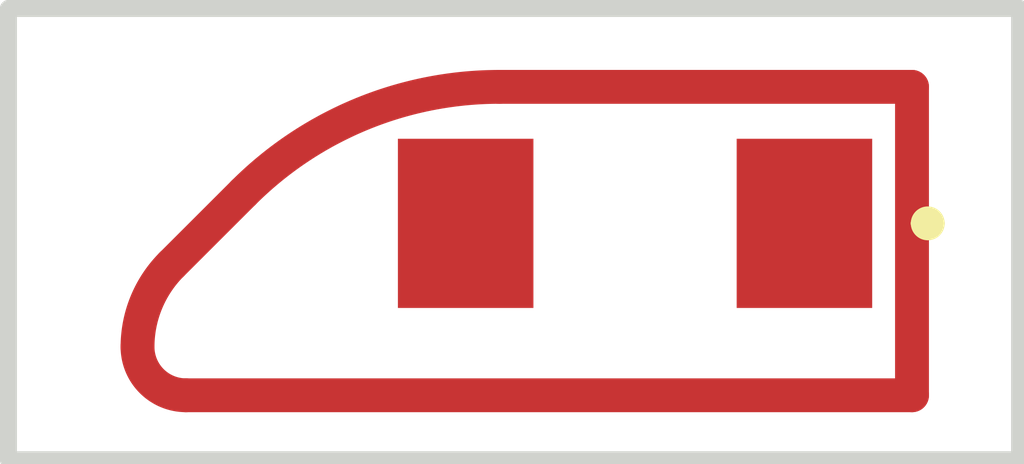
<source format=kicad_pcb>
(kicad_pcb (version 20241229) (generator "pcbnew") (generator_version "9.0")
  (title_block (title "HCP65 56pin Component Tester") (date "2025-08-17") (rev "V1"))
  (layers (0 "F.Cu" signal) (2 "B.Cu" signal) (5 "F.SilkS" user "F.Silkscreen") (7 "B.SilkS" user "B.Silkscreen") (1 "F.Mask" user) (3 "B.Mask" user) (25 "Edge.Cuts" user))
  (net 0 "")
  (net 1 "/GNDb")
  (net 2 "/S52")
  (footprint "SamacSys_Parts:150224VS73100A" (layer "F.Cu") (at 66.802 52.07 -90)
    (property "Reference" "LED61" (hide yes))
    (property "Value" "150224VS73100A" (hide yes))
    (fp_line (start 0 -0.678) (end 0 -0.678) (stroke (width 0.1)) (layer "F.SilkS"))
    (fp_line (start 0 -0.778) (end 0 -0.778) (stroke (width 0.1)) (layer "F.SilkS"))
    (fp_arc (start 0 -0.678) (mid -0.05 -0.728) (end 0 -0.778) (stroke (width 0.1)) (layer "F.SilkS"))
    (fp_arc (start 0 -0.778) (mid 0.05 -0.728) (end 0 -0.678) (stroke (width 0.1)) (layer "F.SilkS"))
    (pad "1" smd rect (at 0 0 180) (size 0.8 1) (layers "F.Cu" "F.Mask" "F.Paste") (net 1 "/GNDb"))
    (pad "2" smd rect (at 0 2 180) (size 0.8 1) (layers "F.Cu" "F.Mask" "F.Paste") (net 2 "/S52"))
  )
  (gr_line (start 68.072 53.467) (end 62.103 53.467) (stroke (width 0.1)) (layer "Edge.Cuts"))
  (gr_line (start 62.103 53.467) (end 62.103 50.8) (stroke (width 0.1)) (layer "Edge.Cuts"))
  (gr_line (start 62.103 50.8) (end 68.072 50.8) (stroke (width 0.1)) (layer "Edge.Cuts"))
  (gr_line (start 68.072 50.8) (end 68.072 53.467) (stroke (width 0.1)) (layer "Edge.Cuts"))
  (segment (start 67.437 51.2633) (end 67.437 53.086) (width 0.2) (layer "F.Cu") (net 0))
  (segment (start 63.067055 52.312444) (end 63.4906 51.8889) (width 0.2) (layer "F.Cu") (net 0))
  (segment (start 65.000932 51.2633) (end 67.437 51.2633) (width 0.2) (layer "F.Cu") (net 0))
  (segment (start 67.437 53.086) (end 63.15075 53.086) (width 0.2) (layer "F.Cu") (net 0))
  (arc (start 62.865 52.80025) (mid 62.917512 52.536251) (end 63.067055 52.312444) (width 0.2) (layer "F.Cu") (net 0))
  (arc (start 63.15075 53.086) (mid 62.948694 53.002305) (end 62.865 52.80025) (width 0.2) (layer "F.Cu") (net 0))
  (arc (start 63.4906 51.8889) (mid 64.183546 51.425888) (end 65.000932 51.2633) (width 0.2) (layer "F.Cu") (net 0))
)
</source>
